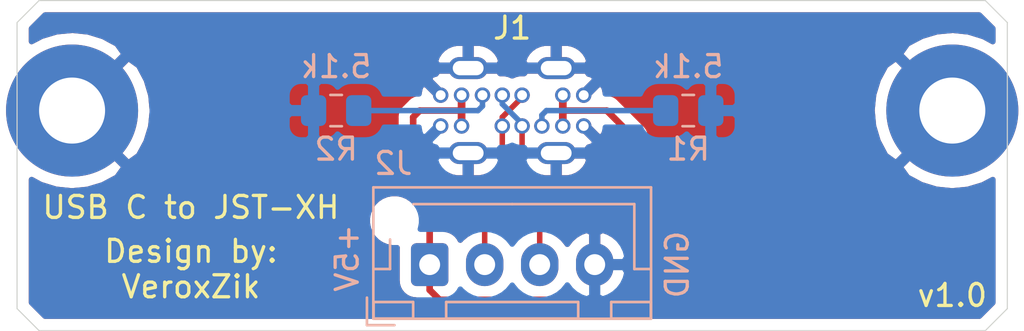
<source format=kicad_pcb>
(kicad_pcb (version 20171130) (host pcbnew "(5.1.6)-1")

  (general
    (thickness 1.6)
    (drawings 15)
    (tracks 35)
    (zones 0)
    (modules 6)
    (nets 7)
  )

  (page A4)
  (layers
    (0 F.Cu signal)
    (31 B.Cu signal)
    (32 B.Adhes user)
    (33 F.Adhes user)
    (34 B.Paste user)
    (35 F.Paste user)
    (36 B.SilkS user)
    (37 F.SilkS user)
    (38 B.Mask user)
    (39 F.Mask user)
    (40 Dwgs.User user)
    (41 Cmts.User user)
    (42 Eco1.User user)
    (43 Eco2.User user)
    (44 Edge.Cuts user)
    (45 Margin user)
    (46 B.CrtYd user)
    (47 F.CrtYd user)
    (48 B.Fab user)
    (49 F.Fab user)
  )

  (setup
    (last_trace_width 0.25)
    (user_trace_width 0.3)
    (user_trace_width 0.35)
    (trace_clearance 0.2)
    (zone_clearance 0.508)
    (zone_45_only no)
    (trace_min 0.2)
    (via_size 0.8)
    (via_drill 0.4)
    (via_min_size 0.4)
    (via_min_drill 0.3)
    (uvia_size 0.3)
    (uvia_drill 0.1)
    (uvias_allowed no)
    (uvia_min_size 0.2)
    (uvia_min_drill 0.1)
    (edge_width 0.05)
    (segment_width 0.2)
    (pcb_text_width 0.3)
    (pcb_text_size 1.5 1.5)
    (mod_edge_width 0.12)
    (mod_text_size 1 1)
    (mod_text_width 0.15)
    (pad_size 1.524 1.524)
    (pad_drill 0.762)
    (pad_to_mask_clearance 0.051)
    (solder_mask_min_width 0.25)
    (aux_axis_origin 0 0)
    (visible_elements 7FFFFFFF)
    (pcbplotparams
      (layerselection 0x010f0_ffffffff)
      (usegerberextensions false)
      (usegerberattributes false)
      (usegerberadvancedattributes false)
      (creategerberjobfile false)
      (excludeedgelayer true)
      (linewidth 0.100000)
      (plotframeref false)
      (viasonmask false)
      (mode 1)
      (useauxorigin false)
      (hpglpennumber 1)
      (hpglpenspeed 20)
      (hpglpendiameter 15.000000)
      (psnegative false)
      (psa4output false)
      (plotreference true)
      (plotvalue true)
      (plotinvisibletext false)
      (padsonsilk false)
      (subtractmaskfromsilk false)
      (outputformat 1)
      (mirror false)
      (drillshape 0)
      (scaleselection 1)
      (outputdirectory "gerbers/"))
  )

  (net 0 "")
  (net 1 GND)
  (net 2 "Net-(J1-Pad5)")
  (net 3 "Net-(J1-Pad4)")
  (net 4 "Net-(J1-Pad3)")
  (net 5 "Net-(J1-Pad2)")
  (net 6 "Net-(J1-Pad1)")

  (net_class Default "This is the default net class."
    (clearance 0.2)
    (trace_width 0.25)
    (via_dia 0.8)
    (via_drill 0.4)
    (uvia_dia 0.3)
    (uvia_drill 0.1)
    (add_net GND)
    (add_net "Net-(J1-Pad1)")
    (add_net "Net-(J1-Pad2)")
    (add_net "Net-(J1-Pad3)")
    (add_net "Net-(J1-Pad4)")
    (add_net "Net-(J1-Pad5)")
  )

  (module C168704:C168704 (layer F.Cu) (tedit 5ECF1F5D) (tstamp 5ECF5F04)
    (at 0 0)
    (path /62080CB5)
    (fp_text reference J1 (at 0 -3.75) (layer F.SilkS)
      (effects (font (size 1 1) (thickness 0.15)))
    )
    (fp_text value C168704 (at 0 3.5) (layer F.Fab)
      (effects (font (size 1 1) (thickness 0.15)))
    )
    (fp_line (start -4.5 -2.75) (end -4.5 2.75) (layer F.CrtYd) (width 0.12))
    (fp_line (start 4.5 2.75) (end -4.5 2.75) (layer F.CrtYd) (width 0.12))
    (fp_line (start 4.5 -2.75) (end 4.5 2.75) (layer F.CrtYd) (width 0.12))
    (fp_line (start -4.5 -2.75) (end 4.5 -2.75) (layer F.CrtYd) (width 0.12))
    (pad S thru_hole oval (at 2 1.93) (size 1.8 1) (drill oval 1.4 0.65) (layers *.Cu *.Mask)
      (net 1 GND))
    (pad S thru_hole oval (at -2 1.93) (size 1.8 1) (drill oval 1.4 0.65) (layers *.Cu *.Mask)
      (net 1 GND))
    (pad S thru_hole oval (at 2 -1.93) (size 1.8 1) (drill oval 1.4 0.65) (layers *.Cu *.Mask)
      (net 1 GND))
    (pad S thru_hole oval (at -2 -1.93) (size 1.8 1) (drill oval 1.4 0.65) (layers *.Cu *.Mask)
      (net 1 GND))
    (pad 6 thru_hole circle (at 3.25 0.7) (size 0.7 0.7) (drill 0.45) (layers *.Cu *.Mask)
      (net 1 GND))
    (pad 6 thru_hole circle (at 3.25 -0.7) (size 0.7 0.7) (drill 0.45) (layers *.Cu *.Mask)
      (net 1 GND))
    (pad 6 thru_hole circle (at -3.25 0.7) (size 0.7 0.7) (drill 0.45) (layers *.Cu *.Mask)
      (net 1 GND))
    (pad 6 thru_hole circle (at -3.25 -0.7) (size 0.7 0.7) (drill 0.45) (layers *.Cu *.Mask)
      (net 1 GND))
    (pad 5 thru_hole circle (at 2.3 0.7) (size 0.7 0.7) (drill 0.45) (layers *.Cu *.Mask)
      (net 2 "Net-(J1-Pad5)"))
    (pad 5 thru_hole circle (at 2.3 -0.7) (size 0.7 0.7) (drill 0.45) (layers *.Cu *.Mask)
      (net 2 "Net-(J1-Pad5)"))
    (pad 5 thru_hole circle (at -2.3 0.7) (size 0.7 0.7) (drill 0.45) (layers *.Cu *.Mask)
      (net 2 "Net-(J1-Pad5)"))
    (pad 5 thru_hole circle (at -2.3 -0.7) (size 0.7 0.7) (drill 0.45) (layers *.Cu *.Mask)
      (net 2 "Net-(J1-Pad5)"))
    (pad 4 thru_hole circle (at 1.35 0.7) (size 0.7 0.7) (drill 0.45) (layers *.Cu *.Mask)
      (net 3 "Net-(J1-Pad4)"))
    (pad 3 thru_hole circle (at -1.35 -0.7) (size 0.7 0.7) (drill 0.45) (layers *.Cu *.Mask)
      (net 4 "Net-(J1-Pad3)"))
    (pad 2 thru_hole circle (at 0.45 0.7) (size 0.7 0.7) (drill 0.45) (layers *.Cu *.Mask)
      (net 5 "Net-(J1-Pad2)"))
    (pad 1 thru_hole circle (at -0.45 0.7) (size 0.7 0.7) (drill 0.45) (layers *.Cu *.Mask)
      (net 6 "Net-(J1-Pad1)"))
    (pad 1 thru_hole circle (at 0.45 -0.7) (size 0.7 0.7) (drill 0.45) (layers *.Cu *.Mask)
      (net 6 "Net-(J1-Pad1)"))
    (pad 2 thru_hole circle (at -0.45 -0.7) (size 0.7 0.7) (drill 0.45) (layers *.Cu *.Mask)
      (net 5 "Net-(J1-Pad2)"))
  )

  (module Resistor_SMD:R_0805_2012Metric_Pad1.15x1.40mm_HandSolder (layer B.Cu) (tedit 5B36C52B) (tstamp 5ECF5F52)
    (at -8 0 180)
    (descr "Resistor SMD 0805 (2012 Metric), square (rectangular) end terminal, IPC_7351 nominal with elongated pad for handsoldering. (Body size source: https://docs.google.com/spreadsheets/d/1BsfQQcO9C6DZCsRaXUlFlo91Tg2WpOkGARC1WS5S8t0/edit?usp=sharing), generated with kicad-footprint-generator")
    (tags "resistor handsolder")
    (path /620857EB)
    (attr smd)
    (fp_text reference R2 (at 0 -1.75 180) (layer B.SilkS)
      (effects (font (size 1 1) (thickness 0.15)) (justify mirror))
    )
    (fp_text value 5.1k (at 0 -1.65 180) (layer B.Fab)
      (effects (font (size 1 1) (thickness 0.15)) (justify mirror))
    )
    (fp_line (start 1.85 -0.95) (end -1.85 -0.95) (layer B.CrtYd) (width 0.05))
    (fp_line (start 1.85 0.95) (end 1.85 -0.95) (layer B.CrtYd) (width 0.05))
    (fp_line (start -1.85 0.95) (end 1.85 0.95) (layer B.CrtYd) (width 0.05))
    (fp_line (start -1.85 -0.95) (end -1.85 0.95) (layer B.CrtYd) (width 0.05))
    (fp_line (start -0.261252 -0.71) (end 0.261252 -0.71) (layer B.SilkS) (width 0.12))
    (fp_line (start -0.261252 0.71) (end 0.261252 0.71) (layer B.SilkS) (width 0.12))
    (fp_line (start 1 -0.6) (end -1 -0.6) (layer B.Fab) (width 0.1))
    (fp_line (start 1 0.6) (end 1 -0.6) (layer B.Fab) (width 0.1))
    (fp_line (start -1 0.6) (end 1 0.6) (layer B.Fab) (width 0.1))
    (fp_line (start -1 -0.6) (end -1 0.6) (layer B.Fab) (width 0.1))
    (fp_text user %R (at 0 0 180) (layer B.Fab)
      (effects (font (size 0.5 0.5) (thickness 0.08)) (justify mirror))
    )
    (pad 2 smd roundrect (at 1.025 0 180) (size 1.15 1.4) (layers B.Cu B.Paste B.Mask) (roundrect_rratio 0.217391)
      (net 1 GND))
    (pad 1 smd roundrect (at -1.025 0 180) (size 1.15 1.4) (layers B.Cu B.Paste B.Mask) (roundrect_rratio 0.217391)
      (net 4 "Net-(J1-Pad3)"))
    (model ${KISYS3DMOD}/Resistor_SMD.3dshapes/R_0805_2012Metric.wrl
      (at (xyz 0 0 0))
      (scale (xyz 1 1 1))
      (rotate (xyz 0 0 0))
    )
  )

  (module Resistor_SMD:R_0805_2012Metric_Pad1.15x1.40mm_HandSolder (layer B.Cu) (tedit 5B36C52B) (tstamp 5ECF5F41)
    (at 8 0)
    (descr "Resistor SMD 0805 (2012 Metric), square (rectangular) end terminal, IPC_7351 nominal with elongated pad for handsoldering. (Body size source: https://docs.google.com/spreadsheets/d/1BsfQQcO9C6DZCsRaXUlFlo91Tg2WpOkGARC1WS5S8t0/edit?usp=sharing), generated with kicad-footprint-generator")
    (tags "resistor handsolder")
    (path /620845F0)
    (attr smd)
    (fp_text reference R1 (at 0 1.75 180) (layer B.SilkS)
      (effects (font (size 1 1) (thickness 0.15)) (justify mirror))
    )
    (fp_text value 5.1k (at 0 -1.65 180) (layer B.Fab)
      (effects (font (size 1 1) (thickness 0.15)) (justify mirror))
    )
    (fp_line (start 1.85 -0.95) (end -1.85 -0.95) (layer B.CrtYd) (width 0.05))
    (fp_line (start 1.85 0.95) (end 1.85 -0.95) (layer B.CrtYd) (width 0.05))
    (fp_line (start -1.85 0.95) (end 1.85 0.95) (layer B.CrtYd) (width 0.05))
    (fp_line (start -1.85 -0.95) (end -1.85 0.95) (layer B.CrtYd) (width 0.05))
    (fp_line (start -0.261252 -0.71) (end 0.261252 -0.71) (layer B.SilkS) (width 0.12))
    (fp_line (start -0.261252 0.71) (end 0.261252 0.71) (layer B.SilkS) (width 0.12))
    (fp_line (start 1 -0.6) (end -1 -0.6) (layer B.Fab) (width 0.1))
    (fp_line (start 1 0.6) (end 1 -0.6) (layer B.Fab) (width 0.1))
    (fp_line (start -1 0.6) (end 1 0.6) (layer B.Fab) (width 0.1))
    (fp_line (start -1 -0.6) (end -1 0.6) (layer B.Fab) (width 0.1))
    (fp_text user %R (at 0 0 180) (layer B.Fab)
      (effects (font (size 0.5 0.5) (thickness 0.08)) (justify mirror))
    )
    (pad 2 smd roundrect (at 1.025 0) (size 1.15 1.4) (layers B.Cu B.Paste B.Mask) (roundrect_rratio 0.217391)
      (net 1 GND))
    (pad 1 smd roundrect (at -1.025 0) (size 1.15 1.4) (layers B.Cu B.Paste B.Mask) (roundrect_rratio 0.217391)
      (net 3 "Net-(J1-Pad4)"))
    (model ${KISYS3DMOD}/Resistor_SMD.3dshapes/R_0805_2012Metric.wrl
      (at (xyz 0 0 0))
      (scale (xyz 1 1 1))
      (rotate (xyz 0 0 0))
    )
  )

  (module Connector_JST:JST_XH_B4B-XH-AM_1x04_P2.50mm_Vertical (layer B.Cu) (tedit 5C28146E) (tstamp 5ECF5F30)
    (at -3.75 7)
    (descr "JST XH series connector, B4B-XH-AM, with boss (http://www.jst-mfg.com/product/pdf/eng/eXH.pdf), generated with kicad-footprint-generator")
    (tags "connector JST XH vertical boss")
    (path /62075092)
    (fp_text reference J2 (at -1.65 -4.6 180) (layer B.SilkS)
      (effects (font (size 1 1) (thickness 0.15)) (justify mirror))
    )
    (fp_text value Conn_01x04 (at 3.75 -4.6) (layer B.Fab)
      (effects (font (size 1 1) (thickness 0.15)) (justify mirror))
    )
    (fp_line (start -2.45 2.35) (end -2.45 -3.4) (layer B.Fab) (width 0.1))
    (fp_line (start -2.45 -3.4) (end 9.95 -3.4) (layer B.Fab) (width 0.1))
    (fp_line (start 9.95 -3.4) (end 9.95 2.35) (layer B.Fab) (width 0.1))
    (fp_line (start 9.95 2.35) (end -2.45 2.35) (layer B.Fab) (width 0.1))
    (fp_line (start -2.56 2.46) (end -2.56 -3.51) (layer B.SilkS) (width 0.12))
    (fp_line (start -2.56 -3.51) (end 10.06 -3.51) (layer B.SilkS) (width 0.12))
    (fp_line (start 10.06 -3.51) (end 10.06 2.46) (layer B.SilkS) (width 0.12))
    (fp_line (start 10.06 2.46) (end -2.56 2.46) (layer B.SilkS) (width 0.12))
    (fp_line (start -2.95 2.85) (end -2.95 -3.9) (layer B.CrtYd) (width 0.05))
    (fp_line (start -2.95 -3.9) (end 10.45 -3.9) (layer B.CrtYd) (width 0.05))
    (fp_line (start 10.45 -3.9) (end 10.45 2.85) (layer B.CrtYd) (width 0.05))
    (fp_line (start 10.45 2.85) (end -2.95 2.85) (layer B.CrtYd) (width 0.05))
    (fp_line (start -0.625 2.35) (end 0 1.35) (layer B.Fab) (width 0.1))
    (fp_line (start 0 1.35) (end 0.625 2.35) (layer B.Fab) (width 0.1))
    (fp_line (start 0.75 2.45) (end 0.75 1.7) (layer B.SilkS) (width 0.12))
    (fp_line (start 0.75 1.7) (end 6.75 1.7) (layer B.SilkS) (width 0.12))
    (fp_line (start 6.75 1.7) (end 6.75 2.45) (layer B.SilkS) (width 0.12))
    (fp_line (start 6.75 2.45) (end 0.75 2.45) (layer B.SilkS) (width 0.12))
    (fp_line (start -2.55 2.45) (end -2.55 1.7) (layer B.SilkS) (width 0.12))
    (fp_line (start -2.55 1.7) (end -0.75 1.7) (layer B.SilkS) (width 0.12))
    (fp_line (start -0.75 1.7) (end -0.75 2.45) (layer B.SilkS) (width 0.12))
    (fp_line (start -0.75 2.45) (end -2.55 2.45) (layer B.SilkS) (width 0.12))
    (fp_line (start 8.25 2.45) (end 8.25 1.7) (layer B.SilkS) (width 0.12))
    (fp_line (start 8.25 1.7) (end 10.05 1.7) (layer B.SilkS) (width 0.12))
    (fp_line (start 10.05 1.7) (end 10.05 2.45) (layer B.SilkS) (width 0.12))
    (fp_line (start 10.05 2.45) (end 8.25 2.45) (layer B.SilkS) (width 0.12))
    (fp_line (start -2.55 0.2) (end -1.8 0.2) (layer B.SilkS) (width 0.12))
    (fp_line (start -1.8 0.2) (end -1.8 -1.14) (layer B.SilkS) (width 0.12))
    (fp_line (start 3.75 -2.75) (end -0.74 -2.75) (layer B.SilkS) (width 0.12))
    (fp_line (start 10.05 0.2) (end 9.3 0.2) (layer B.SilkS) (width 0.12))
    (fp_line (start 9.3 0.2) (end 9.3 -2.75) (layer B.SilkS) (width 0.12))
    (fp_line (start 9.3 -2.75) (end 3.75 -2.75) (layer B.SilkS) (width 0.12))
    (fp_line (start -1.6 2.75) (end -2.85 2.75) (layer B.SilkS) (width 0.12))
    (fp_line (start -2.85 2.75) (end -2.85 1.5) (layer B.SilkS) (width 0.12))
    (fp_text user %R (at 3.75 -2.7) (layer B.Fab)
      (effects (font (size 1 1) (thickness 0.15)) (justify mirror))
    )
    (pad 1 thru_hole roundrect (at 0 0) (size 1.7 1.95) (drill 0.95) (layers *.Cu *.Mask) (roundrect_rratio 0.147059)
      (net 2 "Net-(J1-Pad5)"))
    (pad 2 thru_hole oval (at 2.5 0) (size 1.7 1.95) (drill 0.95) (layers *.Cu *.Mask)
      (net 6 "Net-(J1-Pad1)"))
    (pad 3 thru_hole oval (at 5 0) (size 1.7 1.95) (drill 0.95) (layers *.Cu *.Mask)
      (net 5 "Net-(J1-Pad2)"))
    (pad 4 thru_hole oval (at 7.5 0) (size 1.7 1.95) (drill 0.95) (layers *.Cu *.Mask)
      (net 1 GND))
    (pad "" np_thru_hole circle (at -1.6 -2) (size 1.2 1.2) (drill 1.2) (layers *.Cu *.Mask))
    (model ${KISYS3DMOD}/Connector_JST.3dshapes/JST_XH_B4B-XH-AM_1x04_P2.50mm_Vertical.wrl
      (at (xyz 0 0 0))
      (scale (xyz 1 1 1))
      (rotate (xyz 0 0 0))
    )
    (model ${KISYS3DMOD}/Connector_JST.3dshapes/JST_XH_B4B-XH-A_1x04_P2.50mm_Vertical.wrl
      (at (xyz 0 0 0))
      (scale (xyz 1 1 1))
      (rotate (xyz 0 0 0))
    )
  )

  (module MountingHole:MountingHole_3mm_Pad (layer F.Cu) (tedit 56D1B4CB) (tstamp 5ECF5EEA)
    (at -20 0)
    (descr "Mounting Hole 3mm")
    (tags "mounting hole 3mm")
    (path /62072B6E)
    (attr virtual)
    (fp_text reference H2 (at 0 -4) (layer F.SilkS) hide
      (effects (font (size 1 1) (thickness 0.15)))
    )
    (fp_text value 3mm (at 0 4) (layer F.Fab)
      (effects (font (size 1 1) (thickness 0.15)))
    )
    (fp_circle (center 0 0) (end 3.25 0) (layer F.CrtYd) (width 0.05))
    (fp_circle (center 0 0) (end 3 0) (layer Cmts.User) (width 0.15))
    (fp_text user %R (at 0.3 0) (layer F.Fab)
      (effects (font (size 1 1) (thickness 0.15)))
    )
    (pad 1 thru_hole circle (at 0 0) (size 6 6) (drill 3) (layers *.Cu *.Mask)
      (net 1 GND))
  )

  (module MountingHole:MountingHole_3mm_Pad (layer F.Cu) (tedit 56D1B4CB) (tstamp 5ECF5EE2)
    (at 20 0)
    (descr "Mounting Hole 3mm")
    (tags "mounting hole 3mm")
    (path /62071A5A)
    (attr virtual)
    (fp_text reference H1 (at 0 -4) (layer F.SilkS) hide
      (effects (font (size 1 1) (thickness 0.15)))
    )
    (fp_text value 3mm (at 0 4) (layer F.Fab)
      (effects (font (size 1 1) (thickness 0.15)))
    )
    (fp_circle (center 0 0) (end 3.25 0) (layer F.CrtYd) (width 0.05))
    (fp_circle (center 0 0) (end 3 0) (layer Cmts.User) (width 0.15))
    (fp_text user %R (at 0.3 0) (layer F.Fab)
      (effects (font (size 1 1) (thickness 0.15)))
    )
    (pad 1 thru_hole circle (at 0 0) (size 6 6) (drill 3) (layers *.Cu *.Mask)
      (net 1 GND))
  )

  (gr_line (start 21.5 -5) (end 22.5 -4) (layer Edge.Cuts) (width 0.05) (tstamp 60790CD5))
  (gr_line (start 21.5 10) (end -21.5 10) (layer Edge.Cuts) (width 0.05) (tstamp 60790CCC))
  (gr_line (start -21.5 10) (end -22.5 9) (layer Edge.Cuts) (width 0.05) (tstamp 60790CA8))
  (gr_line (start -21.5 -5) (end 21.5 -5) (layer Edge.Cuts) (width 0.05) (tstamp 60790C9A))
  (gr_text 5.1k (at 8 -2) (layer B.SilkS) (tstamp 60150A9E)
    (effects (font (size 1 1) (thickness 0.15)) (justify mirror))
  )
  (gr_text 5.1k (at -8 -2) (layer B.SilkS)
    (effects (font (size 1 1) (thickness 0.15)) (justify mirror))
  )
  (gr_text v1.0 (at 20 8.4) (layer F.SilkS) (tstamp 5EEB14C4)
    (effects (font (size 1 1) (thickness 0.15)))
  )
  (gr_text "Design by:\nVeroxZik" (at -14.6 7.2) (layer F.SilkS) (tstamp 5EEB14C1)
    (effects (font (size 1 1) (thickness 0.15)))
  )
  (gr_text "USB C to JST-XH" (at -14.6 4.4) (layer F.SilkS) (tstamp 5EEB14BE)
    (effects (font (size 1 1) (thickness 0.15)))
  )
  (gr_text GND (at 7.5 7 90) (layer B.SilkS) (tstamp 5ECF68B8)
    (effects (font (size 1 1) (thickness 0.15)) (justify mirror))
  )
  (gr_text +5V (at -7.5 6.7 90) (layer B.SilkS)
    (effects (font (size 1 1) (thickness 0.15)) (justify mirror))
  )
  (gr_line (start -22.5 9) (end -22.5 -4) (layer Edge.Cuts) (width 0.05) (tstamp 5ECF5FC7))
  (gr_line (start 22.5 9) (end 21.5 10) (layer Edge.Cuts) (width 0.05))
  (gr_line (start 22.5 -4) (end 22.5 9) (layer Edge.Cuts) (width 0.05))
  (gr_line (start -22.5 -4) (end -21.5 -5) (layer Edge.Cuts) (width 0.05))

  (segment (start -3.75 7) (end -3.75 1.85) (width 0.3) (layer F.Cu) (net 2) (status 1000000))
  (segment (start -3.75 1.85) (end -4.5 1.1) (width 0.3) (layer F.Cu) (net 2) (status 1000000))
  (segment (start -4.5 1.1) (end -4.5 0.3) (width 0.3) (layer F.Cu) (net 2) (status 1000000))
  (segment (start -4.5 0.3) (end -4.2 0) (width 0.3) (layer F.Cu) (net 2) (status 1000000))
  (segment (start -4.2 0) (end -2.3 0) (width 0.3) (layer F.Cu) (net 2) (status 1000000))
  (segment (start -2.3 -0.7) (end -2.3 0) (width 0.35) (layer F.Cu) (net 2))
  (segment (start -2.3 0) (end -2.3 0.7) (width 0.35) (layer F.Cu) (net 2))
  (segment (start -3.75 7) (end -3.75 8.15) (width 0.3) (layer F.Cu) (net 2))
  (segment (start -3.75 8.15) (end -3.3 8.6) (width 0.3) (layer F.Cu) (net 2))
  (segment (start -3.3 8.6) (end 4.7 8.6) (width 0.3) (layer F.Cu) (net 2))
  (segment (start 4.7 8.6) (end 5.5 7.8) (width 0.3) (layer F.Cu) (net 2))
  (segment (start 5.5 7.8) (end 5.5 1.2) (width 0.3) (layer F.Cu) (net 2))
  (segment (start 2.4 0) (end 2.3 0.1) (width 0.3) (layer F.Cu) (net 2))
  (segment (start 4.3 0) (end 2.4 0) (width 0.3) (layer F.Cu) (net 2))
  (segment (start 5.5 1.2) (end 4.3 0) (width 0.3) (layer F.Cu) (net 2))
  (segment (start 2.3 -0.7) (end 2.3 0.1) (width 0.35) (layer F.Cu) (net 2))
  (segment (start 2.3 0.1) (end 2.3 0.7) (width 0.35) (layer F.Cu) (net 2))
  (segment (start 1.35 0.205026) (end 1.35 0.7) (width 0.25) (layer B.Cu) (net 3))
  (segment (start 1.555026 0) (end 1.35 0.205026) (width 0.25) (layer B.Cu) (net 3))
  (segment (start 6.975 0) (end 1.555026 0) (width 0.25) (layer B.Cu) (net 3))
  (segment (start -1.35 -0.205026) (end -1.35 -0.7) (width 0.25) (layer B.Cu) (net 4))
  (segment (start -1.555026 0) (end -1.35 -0.205026) (width 0.25) (layer B.Cu) (net 4))
  (segment (start -6.975 0) (end -1.555026 0) (width 0.25) (layer B.Cu) (net 4))
  (segment (start 0.45 0.600998) (end 0.45 0.7) (width 0.25) (layer B.Cu) (net 5))
  (segment (start -0.45 -0.299002) (end 0.45 0.600998) (width 0.25) (layer B.Cu) (net 5))
  (segment (start -0.45 -0.7) (end -0.45 -0.299002) (width 0.25) (layer B.Cu) (net 5))
  (segment (start 0.45 0.7) (end 0.45 4.15) (width 0.25) (layer F.Cu) (net 5))
  (segment (start 1.25 4.95) (end 1.25 7) (width 0.25) (layer F.Cu) (net 5))
  (segment (start 0.45 4.15) (end 1.25 4.95) (width 0.25) (layer F.Cu) (net 5))
  (segment (start 0.45 -0.600998) (end 0.45 -0.7) (width 0.25) (layer F.Cu) (net 6))
  (segment (start -0.45 0.299002) (end 0.45 -0.600998) (width 0.25) (layer F.Cu) (net 6))
  (segment (start -0.45 0.7) (end -0.45 0.299002) (width 0.25) (layer F.Cu) (net 6))
  (segment (start -0.45 0.7) (end -0.45 4.15) (width 0.25) (layer F.Cu) (net 6))
  (segment (start -1.25 4.95) (end -1.25 7) (width 0.25) (layer F.Cu) (net 6))
  (segment (start -0.45 4.15) (end -1.25 4.95) (width 0.25) (layer F.Cu) (net 6))

  (zone (net 1) (net_name GND) (layer B.Cu) (tstamp 60150AA6) (hatch edge 0.508)
    (connect_pads (clearance 0.508))
    (min_thickness 0.254)
    (fill yes (arc_segments 32) (thermal_gap 0.508) (thermal_bridge_width 0.508))
    (polygon
      (pts
        (xy 22.5 10) (xy -22.5 10) (xy -22.5 -5) (xy 22.5 -5)
      )
    )
    (filled_polygon
      (pts
        (xy 21.84 -3.726619) (xy 21.84 -3.137492) (xy 21.412932 -3.368237) (xy 20.728673 -3.579166) (xy 20.016411 -3.65255)
        (xy 19.303518 -3.585569) (xy 18.617391 -3.380796) (xy 17.984397 -3.046102) (xy 17.957106 -3.027868) (xy 17.620919 -2.558686)
        (xy 20 -0.179605) (xy 20.014143 -0.193748) (xy 20.193748 -0.014143) (xy 20.179605 0) (xy 20.193748 0.014143)
        (xy 20.014143 0.193748) (xy 20 0.179605) (xy 17.620919 2.558686) (xy 17.957106 3.027868) (xy 18.587068 3.368237)
        (xy 19.271327 3.579166) (xy 19.983589 3.65255) (xy 20.696482 3.585569) (xy 21.382609 3.380796) (xy 21.840001 3.138951)
        (xy 21.840001 8.726618) (xy 21.22662 9.34) (xy -21.226619 9.34) (xy -21.84 8.72662) (xy -21.84 4.878363)
        (xy -6.585 4.878363) (xy -6.585 5.121637) (xy -6.53754 5.360236) (xy -6.444443 5.584992) (xy -6.309287 5.787267)
        (xy -6.137267 5.959287) (xy -5.934992 6.094443) (xy -5.710236 6.18754) (xy -5.471637 6.235) (xy -5.234132 6.235)
        (xy -5.238072 6.275) (xy -5.238072 7.725) (xy -5.221008 7.898254) (xy -5.170472 8.06485) (xy -5.088405 8.218386)
        (xy -4.977962 8.352962) (xy -4.843386 8.463405) (xy -4.68985 8.545472) (xy -4.523254 8.596008) (xy -4.35 8.613072)
        (xy -3.15 8.613072) (xy -2.976746 8.596008) (xy -2.81015 8.545472) (xy -2.656614 8.463405) (xy -2.522038 8.352962)
        (xy -2.411595 8.218386) (xy -2.357223 8.116663) (xy -2.305134 8.180134) (xy -2.079013 8.365706) (xy -1.821033 8.503599)
        (xy -1.54111 8.588513) (xy -1.25 8.617185) (xy -0.958889 8.588513) (xy -0.678966 8.503599) (xy -0.420986 8.365706)
        (xy -0.194866 8.180134) (xy -0.009294 7.954014) (xy 0 7.936626) (xy 0.009294 7.954014) (xy 0.194866 8.180134)
        (xy 0.420987 8.365706) (xy 0.678967 8.503599) (xy 0.95889 8.588513) (xy 1.25 8.617185) (xy 1.541111 8.588513)
        (xy 1.821034 8.503599) (xy 2.079014 8.365706) (xy 2.305134 8.180134) (xy 2.490706 7.954014) (xy 2.504462 7.928278)
        (xy 2.660951 8.134429) (xy 2.878807 8.327496) (xy 3.130142 8.474352) (xy 3.39311 8.566476) (xy 3.623 8.445155)
        (xy 3.623 7.127) (xy 3.877 7.127) (xy 3.877 8.445155) (xy 4.10689 8.566476) (xy 4.369858 8.474352)
        (xy 4.621193 8.327496) (xy 4.839049 8.134429) (xy 5.015053 7.90257) (xy 5.142442 7.64083) (xy 5.21632 7.359267)
        (xy 5.076165 7.127) (xy 3.877 7.127) (xy 3.623 7.127) (xy 3.603 7.127) (xy 3.603 6.873)
        (xy 3.623 6.873) (xy 3.623 5.554845) (xy 3.877 5.554845) (xy 3.877 6.873) (xy 5.076165 6.873)
        (xy 5.21632 6.640733) (xy 5.142442 6.35917) (xy 5.015053 6.09743) (xy 4.839049 5.865571) (xy 4.621193 5.672504)
        (xy 4.369858 5.525648) (xy 4.10689 5.433524) (xy 3.877 5.554845) (xy 3.623 5.554845) (xy 3.39311 5.433524)
        (xy 3.130142 5.525648) (xy 2.878807 5.672504) (xy 2.660951 5.865571) (xy 2.504462 6.071722) (xy 2.490706 6.045986)
        (xy 2.305134 5.819866) (xy 2.079013 5.634294) (xy 1.821033 5.496401) (xy 1.54111 5.411487) (xy 1.25 5.382815)
        (xy 0.958889 5.411487) (xy 0.678966 5.496401) (xy 0.420986 5.634294) (xy 0.194866 5.819866) (xy 0.009294 6.045987)
        (xy 0 6.063374) (xy -0.009294 6.045986) (xy -0.194866 5.819866) (xy -0.420987 5.634294) (xy -0.678967 5.496401)
        (xy -0.95889 5.411487) (xy -1.25 5.382815) (xy -1.541111 5.411487) (xy -1.821034 5.496401) (xy -2.079014 5.634294)
        (xy -2.305134 5.819866) (xy -2.357223 5.883337) (xy -2.411595 5.781614) (xy -2.522038 5.647038) (xy -2.656614 5.536595)
        (xy -2.81015 5.454528) (xy -2.976746 5.403992) (xy -3.15 5.386928) (xy -4.173516 5.386928) (xy -4.16246 5.360236)
        (xy -4.115 5.121637) (xy -4.115 4.878363) (xy -4.16246 4.639764) (xy -4.255557 4.415008) (xy -4.390713 4.212733)
        (xy -4.562733 4.040713) (xy -4.765008 3.905557) (xy -4.989764 3.81246) (xy -5.228363 3.765) (xy -5.471637 3.765)
        (xy -5.710236 3.81246) (xy -5.934992 3.905557) (xy -6.137267 4.040713) (xy -6.309287 4.212733) (xy -6.444443 4.415008)
        (xy -6.53754 4.639764) (xy -6.585 4.878363) (xy -21.84 4.878363) (xy -21.84 3.137492) (xy -21.412932 3.368237)
        (xy -20.728673 3.579166) (xy -20.016411 3.65255) (xy -19.303518 3.585569) (xy -18.617391 3.380796) (xy -17.984397 3.046102)
        (xy -17.957106 3.027868) (xy -17.620919 2.558686) (xy -20 0.179605) (xy -20.014143 0.193748) (xy -20.193748 0.014143)
        (xy -20.179605 0) (xy -19.820395 0) (xy -17.441314 2.379081) (xy -17.235873 2.231874) (xy -3.494119 2.231874)
        (xy -3.414276 2.454976) (xy -3.292369 2.642764) (xy -3.136169 2.803161) (xy -2.951678 2.930003) (xy -2.745987 3.018415)
        (xy -2.527 3.065) (xy -2.127 3.065) (xy -2.127 2.057) (xy -1.873 2.057) (xy -1.873 3.065)
        (xy -1.473 3.065) (xy -1.254013 3.018415) (xy -1.048322 2.930003) (xy -0.863831 2.803161) (xy -0.707631 2.642764)
        (xy -0.585724 2.454976) (xy -0.505881 2.231874) (xy 0.505881 2.231874) (xy 0.585724 2.454976) (xy 0.707631 2.642764)
        (xy 0.863831 2.803161) (xy 1.048322 2.930003) (xy 1.254013 3.018415) (xy 1.473 3.065) (xy 1.873 3.065)
        (xy 1.873 2.057) (xy 2.127 2.057) (xy 2.127 3.065) (xy 2.527 3.065) (xy 2.745987 3.018415)
        (xy 2.951678 2.930003) (xy 3.136169 2.803161) (xy 3.292369 2.642764) (xy 3.414276 2.454976) (xy 3.494119 2.231874)
        (xy 3.367954 2.057) (xy 2.127 2.057) (xy 1.873 2.057) (xy 0.632046 2.057) (xy 0.505881 2.231874)
        (xy -0.505881 2.231874) (xy -0.632046 2.057) (xy -1.873 2.057) (xy -2.127 2.057) (xy -3.367954 2.057)
        (xy -3.494119 2.231874) (xy -17.235873 2.231874) (xy -16.972132 2.042894) (xy -16.631763 1.412932) (xy -16.420834 0.728673)
        (xy -16.41788 0.7) (xy -10.238072 0.7) (xy -10.225812 0.824482) (xy -10.189502 0.94418) (xy -10.130537 1.054494)
        (xy -10.051185 1.151185) (xy -9.954494 1.230537) (xy -9.84418 1.289502) (xy -9.724482 1.325812) (xy -9.6 1.338072)
        (xy -9.31075 1.335) (xy -9.152 1.17625) (xy -9.152 0.127) (xy -10.07625 0.127) (xy -10.235 0.28575)
        (xy -10.238072 0.7) (xy -16.41788 0.7) (xy -16.34745 0.016411) (xy -16.414431 -0.696482) (xy -16.41548 -0.7)
        (xy -10.238072 -0.7) (xy -10.235 -0.28575) (xy -10.07625 -0.127) (xy -9.152 -0.127) (xy -9.152 -1.17625)
        (xy -8.898 -1.17625) (xy -8.898 -0.127) (xy -8.878 -0.127) (xy -8.878 0.127) (xy -8.898 0.127)
        (xy -8.898 1.17625) (xy -8.73925 1.335) (xy -8.45 1.338072) (xy -8.325518 1.325812) (xy -8.20582 1.289502)
        (xy -8.095506 1.230537) (xy -7.998815 1.151185) (xy -7.933342 1.071406) (xy -7.927962 1.077962) (xy -7.793387 1.188405)
        (xy -7.639851 1.270472) (xy -7.473255 1.321008) (xy -7.300001 1.338072) (xy -6.649999 1.338072) (xy -6.476745 1.321008)
        (xy -6.310149 1.270472) (xy -6.156613 1.188405) (xy -6.022038 1.077962) (xy -5.911595 0.943387) (xy -5.829528 0.789851)
        (xy -5.820473 0.76) (xy -4.235564 0.76) (xy -4.235813 0.788364) (xy -4.199632 0.978989) (xy -4.126957 1.158893)
        (xy -4.118767 1.174216) (xy -3.920517 1.190912) (xy -3.489605 0.76) (xy -3.285 0.76) (xy -3.285 0.797014)
        (xy -3.26549 0.895095) (xy -3.740912 1.370517) (xy -3.724216 1.568767) (xy -3.545616 1.644589) (xy -3.471049 1.660103)
        (xy -3.367954 1.803) (xy -2.127 1.803) (xy -2.127 1.783) (xy -1.873 1.783) (xy -1.873 1.803)
        (xy -0.632046 1.803) (xy -0.546913 1.685) (xy -0.352986 1.685) (xy -0.162686 1.647147) (xy 0 1.57976)
        (xy 0.162686 1.647147) (xy 0.352986 1.685) (xy 0.546913 1.685) (xy 0.632046 1.803) (xy 1.873 1.803)
        (xy 1.873 1.783) (xy 2.127 1.783) (xy 2.127 1.803) (xy 3.367954 1.803) (xy 3.470609 1.660713)
        (xy 3.528989 1.649632) (xy 3.708893 1.576957) (xy 3.724216 1.568767) (xy 3.740912 1.370517) (xy 3.26549 0.895095)
        (xy 3.285 0.797014) (xy 3.285 0.76) (xy 3.489605 0.76) (xy 3.920517 1.190912) (xy 4.118767 1.174216)
        (xy 4.194589 0.995616) (xy 4.23411 0.805656) (xy 4.234511 0.76) (xy 5.820473 0.76) (xy 5.829528 0.789851)
        (xy 5.911595 0.943387) (xy 6.022038 1.077962) (xy 6.156613 1.188405) (xy 6.310149 1.270472) (xy 6.476745 1.321008)
        (xy 6.649999 1.338072) (xy 7.300001 1.338072) (xy 7.473255 1.321008) (xy 7.639851 1.270472) (xy 7.793387 1.188405)
        (xy 7.927962 1.077962) (xy 7.933342 1.071406) (xy 7.998815 1.151185) (xy 8.095506 1.230537) (xy 8.20582 1.289502)
        (xy 8.325518 1.325812) (xy 8.45 1.338072) (xy 8.73925 1.335) (xy 8.898 1.17625) (xy 8.898 0.127)
        (xy 9.152 0.127) (xy 9.152 1.17625) (xy 9.31075 1.335) (xy 9.6 1.338072) (xy 9.724482 1.325812)
        (xy 9.84418 1.289502) (xy 9.954494 1.230537) (xy 10.051185 1.151185) (xy 10.130537 1.054494) (xy 10.189502 0.94418)
        (xy 10.225812 0.824482) (xy 10.238072 0.7) (xy 10.235 0.28575) (xy 10.07625 0.127) (xy 9.152 0.127)
        (xy 8.898 0.127) (xy 8.878 0.127) (xy 8.878 -0.016411) (xy 16.34745 -0.016411) (xy 16.414431 0.696482)
        (xy 16.619204 1.382609) (xy 16.953898 2.015603) (xy 16.972132 2.042894) (xy 17.441314 2.379081) (xy 19.820395 0)
        (xy 17.441314 -2.379081) (xy 16.972132 -2.042894) (xy 16.631763 -1.412932) (xy 16.420834 -0.728673) (xy 16.34745 -0.016411)
        (xy 8.878 -0.016411) (xy 8.878 -0.127) (xy 8.898 -0.127) (xy 8.898 -1.17625) (xy 9.152 -1.17625)
        (xy 9.152 -0.127) (xy 10.07625 -0.127) (xy 10.235 -0.28575) (xy 10.238072 -0.7) (xy 10.225812 -0.824482)
        (xy 10.189502 -0.94418) (xy 10.130537 -1.054494) (xy 10.051185 -1.151185) (xy 9.954494 -1.230537) (xy 9.84418 -1.289502)
        (xy 9.724482 -1.325812) (xy 9.6 -1.338072) (xy 9.31075 -1.335) (xy 9.152 -1.17625) (xy 8.898 -1.17625)
        (xy 8.73925 -1.335) (xy 8.45 -1.338072) (xy 8.325518 -1.325812) (xy 8.20582 -1.289502) (xy 8.095506 -1.230537)
        (xy 7.998815 -1.151185) (xy 7.933342 -1.071406) (xy 7.927962 -1.077962) (xy 7.793387 -1.188405) (xy 7.639851 -1.270472)
        (xy 7.473255 -1.321008) (xy 7.300001 -1.338072) (xy 6.649999 -1.338072) (xy 6.476745 -1.321008) (xy 6.310149 -1.270472)
        (xy 6.156613 -1.188405) (xy 6.022038 -1.077962) (xy 5.911595 -0.943387) (xy 5.829528 -0.789851) (xy 5.820473 -0.76)
        (xy 4.235564 -0.76) (xy 4.235813 -0.788364) (xy 4.199632 -0.978989) (xy 4.126957 -1.158893) (xy 4.118767 -1.174216)
        (xy 3.920517 -1.190912) (xy 3.489605 -0.76) (xy 3.285 -0.76) (xy 3.285 -0.797014) (xy 3.26549 -0.895095)
        (xy 3.740912 -1.370517) (xy 3.724216 -1.568767) (xy 3.545616 -1.644589) (xy 3.471049 -1.660103) (xy 3.367954 -1.803)
        (xy 2.127 -1.803) (xy 2.127 -1.783) (xy 1.873 -1.783) (xy 1.873 -1.803) (xy 0.632046 -1.803)
        (xy 0.546913 -1.685) (xy 0.352986 -1.685) (xy 0.162686 -1.647147) (xy 0 -1.57976) (xy -0.162686 -1.647147)
        (xy -0.352986 -1.685) (xy -0.546913 -1.685) (xy -0.632046 -1.803) (xy -1.873 -1.803) (xy -1.873 -1.783)
        (xy -2.127 -1.783) (xy -2.127 -1.803) (xy -3.367954 -1.803) (xy -3.470609 -1.660713) (xy -3.528989 -1.649632)
        (xy -3.708893 -1.576957) (xy -3.724216 -1.568767) (xy -3.740912 -1.370517) (xy -3.26549 -0.895095) (xy -3.285 -0.797014)
        (xy -3.285 -0.76) (xy -3.489605 -0.76) (xy -3.920517 -1.190912) (xy -4.118767 -1.174216) (xy -4.194589 -0.995616)
        (xy -4.23411 -0.805656) (xy -4.234511 -0.76) (xy -5.820473 -0.76) (xy -5.829528 -0.789851) (xy -5.911595 -0.943387)
        (xy -6.022038 -1.077962) (xy -6.156613 -1.188405) (xy -6.310149 -1.270472) (xy -6.476745 -1.321008) (xy -6.649999 -1.338072)
        (xy -7.300001 -1.338072) (xy -7.473255 -1.321008) (xy -7.639851 -1.270472) (xy -7.793387 -1.188405) (xy -7.927962 -1.077962)
        (xy -7.933342 -1.071406) (xy -7.998815 -1.151185) (xy -8.095506 -1.230537) (xy -8.20582 -1.289502) (xy -8.325518 -1.325812)
        (xy -8.45 -1.338072) (xy -8.73925 -1.335) (xy -8.898 -1.17625) (xy -9.152 -1.17625) (xy -9.31075 -1.335)
        (xy -9.6 -1.338072) (xy -9.724482 -1.325812) (xy -9.84418 -1.289502) (xy -9.954494 -1.230537) (xy -10.051185 -1.151185)
        (xy -10.130537 -1.054494) (xy -10.189502 -0.94418) (xy -10.225812 -0.824482) (xy -10.238072 -0.7) (xy -16.41548 -0.7)
        (xy -16.619204 -1.382609) (xy -16.953898 -2.015603) (xy -16.972132 -2.042894) (xy -17.235872 -2.231874) (xy -3.494119 -2.231874)
        (xy -3.367954 -2.057) (xy -2.127 -2.057) (xy -2.127 -3.065) (xy -1.873 -3.065) (xy -1.873 -2.057)
        (xy -0.632046 -2.057) (xy -0.505881 -2.231874) (xy 0.505881 -2.231874) (xy 0.632046 -2.057) (xy 1.873 -2.057)
        (xy 1.873 -3.065) (xy 2.127 -3.065) (xy 2.127 -2.057) (xy 3.367954 -2.057) (xy 3.494119 -2.231874)
        (xy 3.414276 -2.454976) (xy 3.292369 -2.642764) (xy 3.136169 -2.803161) (xy 2.951678 -2.930003) (xy 2.745987 -3.018415)
        (xy 2.527 -3.065) (xy 2.127 -3.065) (xy 1.873 -3.065) (xy 1.473 -3.065) (xy 1.254013 -3.018415)
        (xy 1.048322 -2.930003) (xy 0.863831 -2.803161) (xy 0.707631 -2.642764) (xy 0.585724 -2.454976) (xy 0.505881 -2.231874)
        (xy -0.505881 -2.231874) (xy -0.585724 -2.454976) (xy -0.707631 -2.642764) (xy -0.863831 -2.803161) (xy -1.048322 -2.930003)
        (xy -1.254013 -3.018415) (xy -1.473 -3.065) (xy -1.873 -3.065) (xy -2.127 -3.065) (xy -2.527 -3.065)
        (xy -2.745987 -3.018415) (xy -2.951678 -2.930003) (xy -3.136169 -2.803161) (xy -3.292369 -2.642764) (xy -3.414276 -2.454976)
        (xy -3.494119 -2.231874) (xy -17.235872 -2.231874) (xy -17.441314 -2.379081) (xy -19.820395 0) (xy -20.179605 0)
        (xy -20.193748 -0.014143) (xy -20.014143 -0.193748) (xy -20 -0.179605) (xy -17.620919 -2.558686) (xy -17.957106 -3.027868)
        (xy -18.587068 -3.368237) (xy -19.271327 -3.579166) (xy -19.983589 -3.65255) (xy -20.696482 -3.585569) (xy -21.382609 -3.380796)
        (xy -21.84 -3.138952) (xy -21.84 -3.72662) (xy -21.226619 -4.34) (xy 21.22662 -4.34)
      )
    )
  )
  (zone (net 1) (net_name GND) (layer F.Cu) (tstamp 60150AA3) (hatch edge 0.508)
    (connect_pads (clearance 0.508))
    (min_thickness 0.254)
    (fill yes (arc_segments 32) (thermal_gap 0.508) (thermal_bridge_width 0.508))
    (polygon
      (pts
        (xy 22.5 10) (xy -22.5 10) (xy -22.5 -5) (xy 22.5 -5)
      )
    )
    (filled_polygon
      (pts
        (xy 21.84 -3.726619) (xy 21.84 -3.137492) (xy 21.412932 -3.368237) (xy 20.728673 -3.579166) (xy 20.016411 -3.65255)
        (xy 19.303518 -3.585569) (xy 18.617391 -3.380796) (xy 17.984397 -3.046102) (xy 17.957106 -3.027868) (xy 17.620919 -2.558686)
        (xy 20 -0.179605) (xy 20.014143 -0.193748) (xy 20.193748 -0.014143) (xy 20.179605 0) (xy 20.193748 0.014143)
        (xy 20.014143 0.193748) (xy 20 0.179605) (xy 17.620919 2.558686) (xy 17.957106 3.027868) (xy 18.587068 3.368237)
        (xy 19.271327 3.579166) (xy 19.983589 3.65255) (xy 20.696482 3.585569) (xy 21.382609 3.380796) (xy 21.840001 3.138951)
        (xy 21.840001 8.726618) (xy 21.22662 9.34) (xy 4.964787 9.34) (xy 5.00186 9.328754) (xy 5.138233 9.255862)
        (xy 5.257764 9.157764) (xy 5.282347 9.12781) (xy 6.027811 8.382346) (xy 6.057764 8.357764) (xy 6.155862 8.238233)
        (xy 6.228754 8.10186) (xy 6.260832 7.996114) (xy 6.273642 7.953887) (xy 6.284056 7.848141) (xy 6.285 7.838561)
        (xy 6.285 7.838556) (xy 6.288797 7.8) (xy 6.285 7.761444) (xy 6.285 1.238552) (xy 6.288797 1.199999)
        (xy 6.285 1.161446) (xy 6.285 1.161439) (xy 6.273641 1.046113) (xy 6.228754 0.89814) (xy 6.155862 0.761767)
        (xy 6.086089 0.676749) (xy 6.082345 0.672187) (xy 6.082342 0.672184) (xy 6.057764 0.642236) (xy 6.027815 0.617658)
        (xy 5.393746 -0.016411) (xy 16.34745 -0.016411) (xy 16.414431 0.696482) (xy 16.619204 1.382609) (xy 16.953898 2.015603)
        (xy 16.972132 2.042894) (xy 17.441314 2.379081) (xy 19.820395 0) (xy 17.441314 -2.379081) (xy 16.972132 -2.042894)
        (xy 16.631763 -1.412932) (xy 16.420834 -0.728673) (xy 16.34745 -0.016411) (xy 5.393746 -0.016411) (xy 4.882347 -0.52781)
        (xy 4.857764 -0.557764) (xy 4.738233 -0.655862) (xy 4.60186 -0.728754) (xy 4.453887 -0.773641) (xy 4.338561 -0.785)
        (xy 4.338553 -0.785) (xy 4.3 -0.788797) (xy 4.261447 -0.785) (xy 4.235783 -0.785) (xy 4.235813 -0.788364)
        (xy 4.199632 -0.978989) (xy 4.126957 -1.158893) (xy 4.118767 -1.174216) (xy 3.920517 -1.190912) (xy 3.514605 -0.785)
        (xy 3.285 -0.785) (xy 3.285 -0.797014) (xy 3.26549 -0.895095) (xy 3.740912 -1.370517) (xy 3.724216 -1.568767)
        (xy 3.545616 -1.644589) (xy 3.471049 -1.660103) (xy 3.367954 -1.803) (xy 2.127 -1.803) (xy 2.127 -1.783)
        (xy 1.873 -1.783) (xy 1.873 -1.803) (xy 0.632046 -1.803) (xy 0.546913 -1.685) (xy 0.352986 -1.685)
        (xy 0.162686 -1.647147) (xy 0 -1.57976) (xy -0.162686 -1.647147) (xy -0.352986 -1.685) (xy -0.546913 -1.685)
        (xy -0.632046 -1.803) (xy -1.873 -1.803) (xy -1.873 -1.783) (xy -2.127 -1.783) (xy -2.127 -1.803)
        (xy -3.367954 -1.803) (xy -3.470609 -1.660713) (xy -3.528989 -1.649632) (xy -3.708893 -1.576957) (xy -3.724216 -1.568767)
        (xy -3.740912 -1.370517) (xy -3.26549 -0.895095) (xy -3.285 -0.797014) (xy -3.285 -0.785) (xy -3.514605 -0.785)
        (xy -3.920517 -1.190912) (xy -4.118767 -1.174216) (xy -4.194589 -0.995616) (xy -4.23411 -0.805656) (xy -4.234288 -0.78542)
        (xy -4.238554 -0.785) (xy -4.238561 -0.785) (xy -4.353887 -0.773641) (xy -4.50186 -0.728754) (xy -4.638233 -0.655862)
        (xy -4.757764 -0.557764) (xy -4.782347 -0.52781) (xy -5.027815 -0.282342) (xy -5.057763 -0.257764) (xy -5.082341 -0.227816)
        (xy -5.082345 -0.227812) (xy -5.097711 -0.209088) (xy -5.155861 -0.138233) (xy -5.181644 -0.089995) (xy -5.228754 -0.001859)
        (xy -5.273641 0.146114) (xy -5.276939 0.179605) (xy -5.285 0.261439) (xy -5.285 0.261447) (xy -5.288797 0.3)
        (xy -5.285 0.338553) (xy -5.285 1.061447) (xy -5.288797 1.1) (xy -5.285 1.138553) (xy -5.285 1.13856)
        (xy -5.273641 1.253886) (xy -5.228754 1.401859) (xy -5.155862 1.538232) (xy -5.057764 1.657764) (xy -5.027811 1.682347)
        (xy -4.534999 2.175159) (xy -4.534999 4.068447) (xy -4.562733 4.040713) (xy -4.765008 3.905557) (xy -4.989764 3.81246)
        (xy -5.228363 3.765) (xy -5.471637 3.765) (xy -5.710236 3.81246) (xy -5.934992 3.905557) (xy -6.137267 4.040713)
        (xy -6.309287 4.212733) (xy -6.444443 4.415008) (xy -6.53754 4.639764) (xy -6.585 4.878363) (xy -6.585 5.121637)
        (xy -6.53754 5.360236) (xy -6.444443 5.584992) (xy -6.309287 5.787267) (xy -6.137267 5.959287) (xy -5.934992 6.094443)
        (xy -5.710236 6.18754) (xy -5.471637 6.235) (xy -5.234132 6.235) (xy -5.238072 6.275) (xy -5.238072 7.725)
        (xy -5.221008 7.898254) (xy -5.170472 8.06485) (xy -5.088405 8.218386) (xy -4.977962 8.352962) (xy -4.843386 8.463405)
        (xy -4.68985 8.545472) (xy -4.523254 8.596008) (xy -4.388596 8.609271) (xy -4.3821 8.617185) (xy -4.332345 8.677812)
        (xy -4.332341 8.677816) (xy -4.307763 8.707764) (xy -4.277815 8.732342) (xy -3.882347 9.12781) (xy -3.857764 9.157764)
        (xy -3.738233 9.255862) (xy -3.60186 9.328754) (xy -3.564787 9.34) (xy -21.226619 9.34) (xy -21.84 8.72662)
        (xy -21.84 3.137492) (xy -21.412932 3.368237) (xy -20.728673 3.579166) (xy -20.016411 3.65255) (xy -19.303518 3.585569)
        (xy -18.617391 3.380796) (xy -17.984397 3.046102) (xy -17.957106 3.027868) (xy -17.620919 2.558686) (xy -20 0.179605)
        (xy -20.014143 0.193748) (xy -20.193748 0.014143) (xy -20.179605 0) (xy -19.820395 0) (xy -17.441314 2.379081)
        (xy -16.972132 2.042894) (xy -16.631763 1.412932) (xy -16.420834 0.728673) (xy -16.34745 0.016411) (xy -16.414431 -0.696482)
        (xy -16.619204 -1.382609) (xy -16.953898 -2.015603) (xy -16.972132 -2.042894) (xy -17.235872 -2.231874) (xy -3.494119 -2.231874)
        (xy -3.367954 -2.057) (xy -2.127 -2.057) (xy -2.127 -3.065) (xy -1.873 -3.065) (xy -1.873 -2.057)
        (xy -0.632046 -2.057) (xy -0.505881 -2.231874) (xy 0.505881 -2.231874) (xy 0.632046 -2.057) (xy 1.873 -2.057)
        (xy 1.873 -3.065) (xy 2.127 -3.065) (xy 2.127 -2.057) (xy 3.367954 -2.057) (xy 3.494119 -2.231874)
        (xy 3.414276 -2.454976) (xy 3.292369 -2.642764) (xy 3.136169 -2.803161) (xy 2.951678 -2.930003) (xy 2.745987 -3.018415)
        (xy 2.527 -3.065) (xy 2.127 -3.065) (xy 1.873 -3.065) (xy 1.473 -3.065) (xy 1.254013 -3.018415)
        (xy 1.048322 -2.930003) (xy 0.863831 -2.803161) (xy 0.707631 -2.642764) (xy 0.585724 -2.454976) (xy 0.505881 -2.231874)
        (xy -0.505881 -2.231874) (xy -0.585724 -2.454976) (xy -0.707631 -2.642764) (xy -0.863831 -2.803161) (xy -1.048322 -2.930003)
        (xy -1.254013 -3.018415) (xy -1.473 -3.065) (xy -1.873 -3.065) (xy -2.127 -3.065) (xy -2.527 -3.065)
        (xy -2.745987 -3.018415) (xy -2.951678 -2.930003) (xy -3.136169 -2.803161) (xy -3.292369 -2.642764) (xy -3.414276 -2.454976)
        (xy -3.494119 -2.231874) (xy -17.235872 -2.231874) (xy -17.441314 -2.379081) (xy -19.820395 0) (xy -20.179605 0)
        (xy -20.193748 -0.014143) (xy -20.014143 -0.193748) (xy -20 -0.179605) (xy -17.620919 -2.558686) (xy -17.957106 -3.027868)
        (xy -18.587068 -3.368237) (xy -19.271327 -3.579166) (xy -19.983589 -3.65255) (xy -20.696482 -3.585569) (xy -21.382609 -3.380796)
        (xy -21.84 -3.138952) (xy -21.84 -3.72662) (xy -21.226619 -4.34) (xy 21.22662 -4.34)
      )
    )
    (filled_polygon
      (pts
        (xy 3.920517 1.190912) (xy 4.118767 1.174216) (xy 4.191868 1.002025) (xy 4.715001 1.525159) (xy 4.715 5.755637)
        (xy 4.621193 5.672504) (xy 4.369858 5.525648) (xy 4.10689 5.433524) (xy 3.877 5.554845) (xy 3.877 6.873)
        (xy 3.897 6.873) (xy 3.897 7.127) (xy 3.877 7.127) (xy 3.877 7.147) (xy 3.623 7.147)
        (xy 3.623 7.127) (xy 3.603 7.127) (xy 3.603 6.873) (xy 3.623 6.873) (xy 3.623 5.554845)
        (xy 3.39311 5.433524) (xy 3.130142 5.525648) (xy 2.878807 5.672504) (xy 2.660951 5.865571) (xy 2.504462 6.071722)
        (xy 2.490706 6.045986) (xy 2.305134 5.819866) (xy 2.079013 5.634294) (xy 2.01 5.597406) (xy 2.01 4.987323)
        (xy 2.013676 4.95) (xy 2.01 4.912677) (xy 2.01 4.912667) (xy 1.999003 4.801014) (xy 1.955546 4.657753)
        (xy 1.884974 4.525724) (xy 1.790001 4.409999) (xy 1.761004 4.386202) (xy 1.21 3.835199) (xy 1.21 2.999497)
        (xy 1.254013 3.018415) (xy 1.473 3.065) (xy 1.873 3.065) (xy 1.873 2.057) (xy 2.127 2.057)
        (xy 2.127 3.065) (xy 2.527 3.065) (xy 2.745987 3.018415) (xy 2.951678 2.930003) (xy 3.136169 2.803161)
        (xy 3.292369 2.642764) (xy 3.414276 2.454976) (xy 3.494119 2.231874) (xy 3.367954 2.057) (xy 2.127 2.057)
        (xy 1.873 2.057) (xy 1.853 2.057) (xy 1.853 1.803) (xy 1.873 1.803) (xy 1.873 1.783)
        (xy 2.127 1.783) (xy 2.127 1.803) (xy 3.367954 1.803) (xy 3.470609 1.660713) (xy 3.528989 1.649632)
        (xy 3.708893 1.576957) (xy 3.724216 1.568767) (xy 3.740912 1.370517) (xy 3.26549 0.895095) (xy 3.285 0.797014)
        (xy 3.285 0.785) (xy 3.514605 0.785)
      )
    )
    (filled_polygon
      (pts
        (xy -1.873 1.803) (xy -1.853 1.803) (xy -1.853 2.057) (xy -1.873 2.057) (xy -1.873 3.065)
        (xy -1.473 3.065) (xy -1.254013 3.018415) (xy -1.209999 2.999497) (xy -1.209999 3.835197) (xy -1.760998 4.386197)
        (xy -1.790001 4.409999) (xy -1.845129 4.477174) (xy -1.884974 4.525724) (xy -1.94593 4.639764) (xy -1.955546 4.657754)
        (xy -1.999003 4.801015) (xy -2.01 4.912668) (xy -2.01 4.912678) (xy -2.013676 4.95) (xy -2.01 4.987323)
        (xy -2.01 5.597405) (xy -2.079014 5.634294) (xy -2.305134 5.819866) (xy -2.357223 5.883337) (xy -2.411595 5.781614)
        (xy -2.522038 5.647038) (xy -2.656614 5.536595) (xy -2.81015 5.454528) (xy -2.965 5.407555) (xy -2.965 2.920844)
        (xy -2.951678 2.930003) (xy -2.745987 3.018415) (xy -2.527 3.065) (xy -2.127 3.065) (xy -2.127 2.057)
        (xy -2.147 2.057) (xy -2.147 1.803) (xy -2.127 1.803) (xy -2.127 1.783) (xy -1.873 1.783)
      )
    )
    (filled_polygon
      (pts
        (xy -3.285 0.797014) (xy -3.266159 0.891731) (xy -3.37289 0.785) (xy -3.285 0.785)
      )
    )
  )
)

</source>
